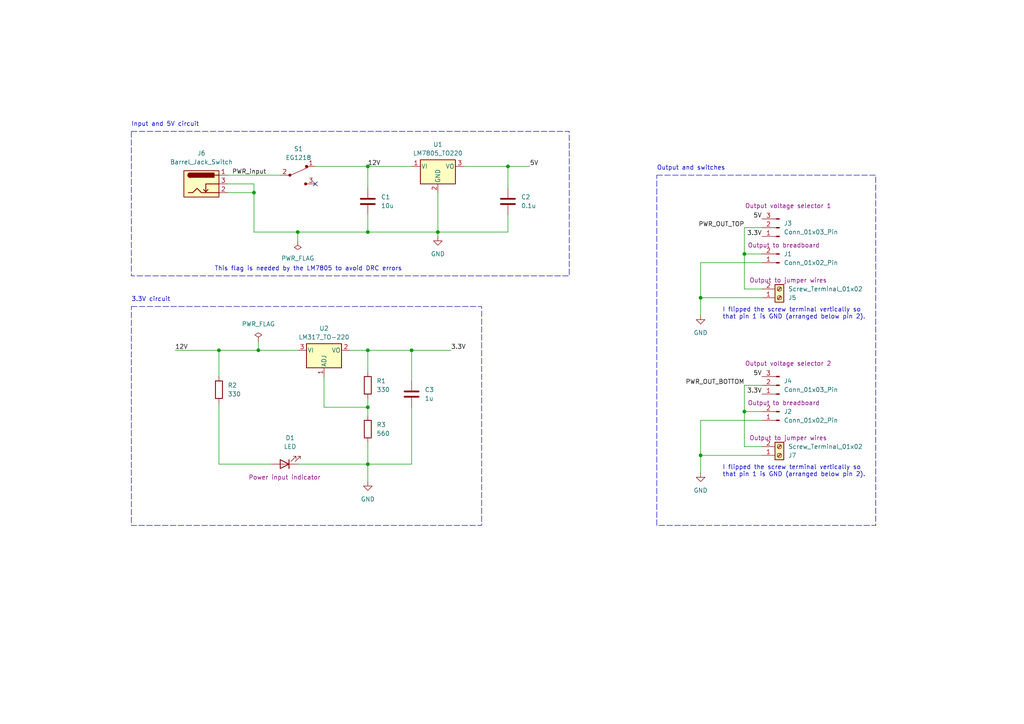
<source format=kicad_sch>
(kicad_sch (version 20230121) (generator eeschema)
  (paper "A4")
  (title_block (title "Learning KiCad with a simple project") (date "2023-06-15") (rev "1") (company "Filippo Graziani"))
  (lib_symbols
    (symbol "Connector:Barrel_Jack_Switch" (pin_names hide)
      (property "Reference" "J" (at 0 5.334 0))
      (property "Value" "Barrel_Jack_Switch" (at 0 -5.08 0))
      (symbol "Barrel_Jack_Switch_0_1"
        (rectangle (start -5.08 3.81) (end 5.08 -3.81) (stroke (width 0.254)) (fill (type background)))
        (arc (start -3.302 3.175) (mid -3.9343 2.54) (end -3.302 1.905) (stroke (width 0.254)))
        (arc (start -3.302 3.175) (mid -3.9343 2.54) (end -3.302 1.905) (stroke (width 0.254)) (fill (type outline)))
        (polyline (pts (xy 1.27 -2.286) (xy 1.905 -1.651)) (stroke (width 0.254)))
        (polyline (pts (xy 5.08 2.54) (xy 3.81 2.54)) (stroke (width 0.254)))
        (polyline (pts (xy 5.08 0) (xy 1.27 0) (xy 1.27 -2.286) (xy 0.635 -1.651)) (stroke (width 0.254)))
        (polyline (pts (xy -3.81 -2.54) (xy -2.54 -2.54) (xy -1.27 -1.27) (xy 0 -2.54) (xy 2.54 -2.54) (xy 5.08 -2.54)) (stroke (width 0.254)))
        (rectangle (start 3.683 3.175) (end -3.302 1.905) (stroke (width 0.254)) (fill (type outline)))
      )
      (symbol "Barrel_Jack_Switch_1_1"
        (pin passive line (at 7.62 2.54 180) (length 2.54) (name "~") (number "1"))
        (pin passive line (at 7.62 -2.54 180) (length 2.54) (name "~") (number "2"))
        (pin passive line (at 7.62 0 180) (length 2.54) (name "~") (number "3"))
      )
    )
    (symbol "Connector:Conn_01x02_Pin" (pin_names (offset 1.016) hide)
      (property "Reference" "J" (at 0 2.54 0))
      (property "Value" "Conn_01x02_Pin" (at 0 -5.08 0))
      (symbol "Conn_01x02_Pin_1_1"
        (polyline (pts (xy 1.27 -2.54) (xy 0.8636 -2.54)) (stroke (width 0.1524)))
        (polyline (pts (xy 1.27 0) (xy 0.8636 0)) (stroke (width 0.1524)))
        (rectangle (start 0.8636 -2.413) (end 0 -2.667) (stroke (width 0.1524)) (fill (type outline)))
        (rectangle (start 0.8636 0.127) (end 0 -0.127) (stroke (width 0.1524)) (fill (type outline)))
        (pin passive line (at 5.08 0 180) (length 3.81) (name "Pin_1") (number "1"))
        (pin passive line (at 5.08 -2.54 180) (length 3.81) (name "Pin_2") (number "2"))
      )
    )
    (symbol "Connector:Conn_01x03_Pin" (pin_names (offset 1.016) hide)
      (property "Reference" "J" (at 0 5.08 0))
      (property "Value" "Conn_01x03_Pin" (at 0 -5.08 0))
      (symbol "Conn_01x03_Pin_1_1"
        (polyline (pts (xy 1.27 -2.54) (xy 0.8636 -2.54)) (stroke (width 0.1524)))
        (polyline (pts (xy 1.27 0) (xy 0.8636 0)) (stroke (width 0.1524)))
        (polyline (pts (xy 1.27 2.54) (xy 0.8636 2.54)) (stroke (width 0.1524)))
        (rectangle (start 0.8636 -2.413) (end 0 -2.667) (stroke (width 0.1524)) (fill (type outline)))
        (rectangle (start 0.8636 0.127) (end 0 -0.127) (stroke (width 0.1524)) (fill (type outline)))
        (rectangle (start 0.8636 2.667) (end 0 2.413) (stroke (width 0.1524)) (fill (type outline)))
        (pin passive line (at 5.08 2.54 180) (length 3.81) (name "Pin_1") (number "1"))
        (pin passive line (at 5.08 0 180) (length 3.81) (name "Pin_2") (number "2"))
        (pin passive line (at 5.08 -2.54 180) (length 3.81) (name "Pin_3") (number "3"))
      )
    )
    (symbol "Connector:Screw_Terminal_01x02" (pin_names (offset 1.016) hide)
      (property "Reference" "J" (at 0 2.54 0))
      (property "Value" "Screw_Terminal_01x02" (at 0 -5.08 0))
      (symbol "Screw_Terminal_01x02_1_1"
        (rectangle (start -1.27 1.27) (end 1.27 -3.81) (stroke (width 0.254)) (fill (type background)))
        (circle (center 0 -2.54) (radius 0.635) (stroke (width 0.1524)))
        (polyline (pts (xy -0.5334 -2.2098) (xy 0.3302 -3.048)) (stroke (width 0.1524)))
        (polyline (pts (xy -0.5334 0.3302) (xy 0.3302 -0.508)) (stroke (width 0.1524)))
        (polyline (pts (xy -0.3556 -2.032) (xy 0.508 -2.8702)) (stroke (width 0.1524)))
        (polyline (pts (xy -0.3556 0.508) (xy 0.508 -0.3302)) (stroke (width 0.1524)))
        (circle (center 0 0) (radius 0.635) (stroke (width 0.1524)))
        (pin passive line (at -5.08 0 0) (length 3.81) (name "Pin_1") (number "1"))
        (pin passive line (at -5.08 -2.54 0) (length 3.81) (name "Pin_2") (number "2"))
      )
    )
    (symbol "Device:C" (pin_numbers hide) (pin_names (offset 0.254))
      (property "Reference" "C" (at 0.635 2.54 0))
      (property "Value" "C" (at 0.635 -2.54 0))
      (symbol "C_0_1"
        (polyline (pts (xy -2.032 -0.762) (xy 2.032 -0.762)) (stroke (width 0.508)))
        (polyline (pts (xy -2.032 0.762) (xy 2.032 0.762)) (stroke (width 0.508)))
      )
      (symbol "C_1_1"
        (pin passive line (at 0 3.81 270) (length 2.794) (name "~") (number "1"))
        (pin passive line (at 0 -3.81 90) (length 2.794) (name "~") (number "2"))
      )
    )
    (symbol "Device:LED" (pin_numbers hide) (pin_names (offset 1.016) hide)
      (property "Reference" "D" (at 0 2.54 0))
      (property "Value" "LED" (at 0 -2.54 0))
      (symbol "LED_0_1"
        (polyline (pts (xy -1.27 -1.27) (xy -1.27 1.27)) (stroke (width 0.254)))
        (polyline (pts (xy -1.27 0) (xy 1.27 0)))
        (polyline (pts (xy 1.27 -1.27) (xy 1.27 1.27) (xy -1.27 0) (xy 1.27 -1.27)) (stroke (width 0.254)))
        (polyline (pts (xy -3.048 -0.762) (xy -4.572 -2.286) (xy -3.81 -2.286) (xy -4.572 -2.286) (xy -4.572 -1.524)))
        (polyline (pts (xy -1.778 -0.762) (xy -3.302 -2.286) (xy -2.54 -2.286) (xy -3.302 -2.286) (xy -3.302 -1.524)))
      )
      (symbol "LED_1_1"
        (pin passive line (at -3.81 0 0) (length 2.54) (name "K") (number "1"))
        (pin passive line (at 3.81 0 180) (length 2.54) (name "A") (number "2"))
      )
    )
    (symbol "Device:R" (pin_numbers hide) (pin_names (offset 0))
      (property "Reference" "R" (at 2.032 0 90))
      (property "Value" "R" (at 0 0 90))
      (symbol "R_0_1"
        (rectangle (start -1.016 -2.54) (end 1.016 2.54) (stroke (width 0.254)))
      )
      (symbol "R_1_1"
        (pin passive line (at 0 3.81 270) (length 1.27) (name "~") (number "1"))
        (pin passive line (at 0 -3.81 90) (length 1.27) (name "~") (number "2"))
      )
    )
    (symbol "Regulator_Linear:LM317_TO-220" (pin_names (offset 0.254))
      (property "Reference" "U" (at -3.81 3.175 0))
      (property "Value" "LM317_TO-220" (at 0 3.175 0))
      (symbol "LM317_TO-220_0_1"
        (rectangle (start -5.08 1.905) (end 5.08 -5.08) (stroke (width 0.254)) (fill (type background)))
      )
      (symbol "LM317_TO-220_1_1"
        (pin input line (at 0 -7.62 90) (length 2.54) (name "ADJ") (number "1"))
        (pin power_out line (at 7.62 0 180) (length 2.54) (name "VO") (number "2"))
        (pin power_in line (at -7.62 0 0) (length 2.54) (name "VI") (number "3"))
      )
    )
    (symbol "Regulator_Linear:LM7805_TO220" (pin_names (offset 0.254))
      (property "Reference" "U" (at -3.81 3.175 0))
      (property "Value" "LM7805_TO220" (at 0 3.175 0))
      (symbol "LM7805_TO220_0_1"
        (rectangle (start -5.08 1.905) (end 5.08 -5.08) (stroke (width 0.254)) (fill (type background)))
      )
      (symbol "LM7805_TO220_1_1"
        (pin power_in line (at -7.62 0 0) (length 2.54) (name "VI") (number "1"))
        (pin power_in line (at 0 -7.62 90) (length 2.54) (name "GND") (number "2"))
        (pin power_out line (at 7.62 0 180) (length 2.54) (name "VO") (number "3"))
      )
    )
    (symbol "dk_Slide-Switches:EG1218" (pin_names (offset 0))
      (property "Reference" "S" (at -3.81 2.286 0))
      (property "Value" "EG1218" (at 0 -5.334 0))
      (symbol "EG1218_0_1"
        (circle (center -2.286 0) (radius 0.3556) (fill (type outline)))
        (polyline (pts (xy -2.032 0) (xy 3.048 2.286)))
        (circle (center 2.286 -2.54) (radius 0.3556) (fill (type outline)))
        (circle (center 2.54 2.54) (radius 0.3556) (fill (type outline)))
      )
      (symbol "EG1218_1_1"
        (pin passive line (at 5.08 2.54 180) (length 2.54) (name "~") (number "1"))
        (pin passive line (at -5.08 0 0) (length 2.54) (name "~") (number "2"))
        (pin passive line (at 5.08 -2.54 180) (length 2.54) (name "~") (number "3"))
      )
    )
    (symbol "power:GND" (power) (pin_names (offset 0))
      (property "Value" "GND" (at 0 -3.81 0))
      (symbol "GND_0_1"
        (polyline (pts (xy 0 0) (xy 0 -1.27) (xy 1.27 -1.27) (xy 0 -2.54) (xy -1.27 -1.27) (xy 0 -1.27)))
      )
      (symbol "GND_1_1"
        (pin power_in line (at 0 0 270) (length 0) hide (name "GND") (number "1"))
      )
    )
    (symbol "power:PWR_FLAG" (power) (pin_numbers hide) (pin_names (offset 0) hide)
      (property "Value" "PWR_FLAG" (at 0 3.81 0))
      (symbol "PWR_FLAG_0_0"
        (pin power_out line (at 0 0 90) (length 0) (name "pwr") (number "1"))
      )
      (symbol "PWR_FLAG_0_1"
        (polyline (pts (xy 0 0) (xy 0 1.27) (xy -1.016 1.905) (xy 0 2.54) (xy 1.016 1.905) (xy 0 1.27)))
      )
    )
  )
  (junction (at 203.2 132.08))
  (junction (at 74.93 101.6))
  (junction (at 119.38 101.6))
  (junction (at 86.36 67.31))
  (junction (at 106.68 134.62))
  (junction (at 203.2 86.36))
  (junction (at 215.9 119.38))
  (junction (at 106.68 101.6))
  (junction (at 147.32 48.26))
  (junction (at 63.5 101.6))
  (junction (at 127 67.31))
  (junction (at 106.68 67.31))
  (junction (at 106.68 48.26))
  (junction (at 106.68 118.11))
  (junction (at 215.9 73.66))
  (junction (at 73.66 55.88))
  (no_connect (at 91.44 53.34))
  (wire (pts (xy 215.9 73.66) (xy 220.98 73.66)))
  (wire (pts (xy 91.44 48.26) (xy 106.68 48.26)))
  (wire (pts (xy 220.98 132.08) (xy 203.2 132.08)))
  (wire (pts (xy 119.38 134.62) (xy 106.68 134.62)))
  (wire (pts (xy 119.38 110.49) (xy 119.38 101.6)))
  (wire (pts (xy 127 55.88) (xy 127 67.31)))
  (wire (pts (xy 215.9 66.04) (xy 215.9 73.66)))
  (wire (pts (xy 215.9 111.76) (xy 215.9 119.38)))
  (wire (pts (xy 101.6 101.6) (xy 106.68 101.6)))
  (wire (pts (xy 220.98 76.2) (xy 203.2 76.2)))
  (wire (pts (xy 74.93 99.06) (xy 74.93 101.6)))
  (wire (pts (xy 215.9 119.38) (xy 215.9 129.54)))
  (wire (pts (xy 215.9 83.82) (xy 215.9 73.66)))
  (wire (pts (xy 106.68 67.31) (xy 127 67.31)))
  (wire (pts (xy 86.36 67.31) (xy 86.36 69.85)))
  (wire (pts (xy 66.04 55.88) (xy 73.66 55.88)))
  (wire (pts (xy 106.68 115.57) (xy 106.68 118.11)))
  (wire (pts (xy 63.5 116.84) (xy 63.5 134.62)))
  (wire (pts (xy 66.04 53.34) (xy 73.66 53.34)))
  (wire (pts (xy 73.66 53.34) (xy 73.66 55.88)))
  (wire (pts (xy 106.68 48.26) (xy 119.38 48.26)))
  (wire (pts (xy 220.98 83.82) (xy 215.9 83.82)))
  (wire (pts (xy 147.32 62.23) (xy 147.32 67.31)))
  (wire (pts (xy 220.98 111.76) (xy 215.9 111.76)))
  (wire (pts (xy 119.38 101.6) (xy 130.81 101.6)))
  (wire (pts (xy 147.32 67.31) (xy 127 67.31)))
  (wire (pts (xy 106.68 101.6) (xy 106.68 107.95)))
  (wire (pts (xy 73.66 55.88) (xy 73.66 67.31)))
  (wire (pts (xy 106.68 118.11) (xy 106.68 120.65)))
  (wire (pts (xy 203.2 86.36) (xy 203.2 91.44)))
  (wire (pts (xy 215.9 129.54) (xy 220.98 129.54)))
  (wire (pts (xy 66.04 50.8) (xy 81.28 50.8)))
  (wire (pts (xy 93.98 118.11) (xy 93.98 109.22)))
  (wire (pts (xy 50.8 101.6) (xy 63.5 101.6)))
  (wire (pts (xy 106.68 134.62) (xy 106.68 139.7)))
  (wire (pts (xy 220.98 119.38) (xy 215.9 119.38)))
  (wire (pts (xy 203.2 76.2) (xy 203.2 86.36)))
  (wire (pts (xy 106.68 48.26) (xy 106.68 54.61)))
  (wire (pts (xy 220.98 121.92) (xy 203.2 121.92)))
  (wire (pts (xy 73.66 67.31) (xy 86.36 67.31)))
  (wire (pts (xy 220.98 66.04) (xy 215.9 66.04)))
  (wire (pts (xy 147.32 48.26) (xy 147.32 54.61)))
  (wire (pts (xy 119.38 118.11) (xy 119.38 134.62)))
  (wire (pts (xy 203.2 121.92) (xy 203.2 132.08)))
  (wire (pts (xy 119.38 101.6) (xy 106.68 101.6)))
  (wire (pts (xy 106.68 62.23) (xy 106.68 67.31)))
  (wire (pts (xy 74.93 101.6) (xy 86.36 101.6)))
  (wire (pts (xy 127 67.31) (xy 127 68.58)))
  (wire (pts (xy 106.68 134.62) (xy 106.68 128.27)))
  (wire (pts (xy 63.5 101.6) (xy 63.5 109.22)))
  (wire (pts (xy 86.36 67.31) (xy 106.68 67.31)))
  (wire (pts (xy 147.32 48.26) (xy 153.67 48.26)))
  (wire (pts (xy 220.98 86.36) (xy 203.2 86.36)))
  (wire (pts (xy 134.62 48.26) (xy 147.32 48.26)))
  (wire (pts (xy 106.68 118.11) (xy 93.98 118.11)))
  (wire (pts (xy 63.5 134.62) (xy 78.74 134.62)))
  (wire (pts (xy 63.5 101.6) (xy 74.93 101.6)))
  (wire (pts (xy 203.2 132.08) (xy 203.2 137.16)))
  (wire (pts (xy 86.36 134.62) (xy 106.68 134.62)))
  (rectangle (start 38.1 88.9) (end 139.7 152.4) (stroke (width 0) (type dash)))
  (rectangle (start 190.5 50.8) (end 254 152.4) (stroke (width 0) (type dash)))
  (rectangle (start 38.1 38.1) (end 165.1 80.01) (stroke (width 0) (type dash)))
  (text "Output and switches" (at 190.5 49.53 0) (effects (font (size 1.27 1.27)) (justify left bottom)))
  (text "I flipped the screw terminal vertically so\nthat pin 1 is GND (arranged below pin 2)." (at 209.55 138.43 0) (effects (font (size 1.27 1.27)) (justify left bottom)))
  (text "Input and 5V circuit" (at 38.1 36.83 0) (effects (font (size 1.27 1.27)) (justify left bottom)))
  (text "I flipped the screw terminal vertically so\nthat pin 1 is GND (arranged below pin 2)." (at 209.55 92.71 0) (effects (font (size 1.27 1.27)) (justify left bottom)))
  (text "3.3V circuit" (at 38.1 87.63 0) (effects (font (size 1.27 1.27)) (justify left bottom)))
  (text "This flag is needed by the LM7805 to avoid DRC errors" (at 62.23 78.74 0) (effects (font (size 1.27 1.27)) (justify left bottom)))
  (label "5V" (at 153.67 48.26 0))
  (label "5V" (at 220.98 63.5 180))
  (label "PWR_input" (at 67.31 50.8 0))
  (label "PWR_OUT_TOP" (at 215.9 66.04 180))
  (label "PWR_OUT_BOTTOM" (at 215.9 111.76 180))
  (label "12V" (at 106.68 48.26 0))
  (label "5V" (at 220.98 109.22 180))
  (label "3.3V" (at 220.98 114.3 180))
  (label "3.3V" (at 220.98 68.58 180))
  (label "3.3V" (at 130.81 101.6 0))
  (label "12V" (at 50.8 101.6 0))
  (symbol (lib_id "Connector:Conn_01x02_Pin") (at 226.06 121.92 180) (unit 1)
    (property "Reference" "J2" (at 227.33 119.38 0) (effects (justify right)))
    (property "Value" "Conn_01x02_Pin" (at 227.33 121.92 0) (effects (justify right)))
    (property "Footprint" "Connector_PinHeader_2.54mm:PinHeader_1x02_P2.54mm_Vertical" (effects hide))
    (property "Purpose" "Output to breadboard" (at 227.33 116.84 0))
  )
  (symbol (lib_id "power:GND") (at 203.2 137.16 0) (unit 1)
    (property "Reference" "#PWR04" (effects hide))
    (property "Value" "GND" (at 203.2 142.24 0))
  )
  (symbol (lib_id "Connector:Conn_01x03_Pin") (at 226.06 111.76 180) (unit 1)
    (property "Reference" "J4" (at 227.33 110.49 0) (effects (justify right)))
    (property "Value" "Conn_01x03_Pin" (at 227.33 113.03 0) (effects (justify right)))
    (property "Footprint" "Connector_PinHeader_2.54mm:PinHeader_1x03_P2.54mm_Vertical" (effects hide))
    (property "Purpose" "Output voltage selector 2" (at 228.6 105.41 0))
  )
  (symbol (lib_id "dk_Slide-Switches:EG1218") (at 86.36 50.8 0) (unit 1)
    (property "Reference" "S1" (at 86.5632 43.18 0))
    (property "Value" "EG1218" (at 86.5632 45.72 0))
    (property "Footprint" "digikey-footprints:Switch_Slide_11.6x4mm_EG1218" (effects hide))
    (property "Datasheet" "http://spec_sheets.e-switch.com/specs/P040040.pdf" (effects hide))
    (property "Digi-Key_PN" "EG1903-ND" (effects hide))
    (property "MPN" "EG1218" (effects hide))
    (property "Category" "Switches" (effects hide))
    (property "Family" "Slide Switches" (effects hide))
    (property "DK_Datasheet_Link" "http://spec_sheets.e-switch.com/specs/P040040.pdf" (effects hide))
    (property "DK_Detail_Page" "/product-detail/en/e-switch/EG1218/EG1903-ND/101726" (effects hide))
    (property "Description" "SWITCH SLIDE SPDT 200MA 30V" (effects hide))
    (property "Manufacturer" "E-Switch" (effects hide))
    (property "Status" "Active" (effects hide))
  )
  (symbol (lib_id "power:PWR_FLAG") (at 86.36 69.85 180) (unit 1)
    (property "Reference" "#FLG01" (effects hide))
    (property "Value" "PWR_FLAG" (at 86.36 74.93 0))
  )
  (symbol (lib_id "Connector:Barrel_Jack_Switch") (at 58.42 53.34 0) (unit 1)
    (property "Reference" "J6" (at 58.42 44.45 0))
    (property "Value" "Barrel_Jack_Switch" (at 58.42 46.99 0))
    (property "Footprint" "Connector_BarrelJack:BarrelJack_Horizontal" (effects hide))
  )
  (symbol (lib_id "Connector:Conn_01x03_Pin") (at 226.06 66.04 180) (unit 1)
    (property "Reference" "J3" (at 227.33 64.77 0) (effects (justify right)))
    (property "Value" "Conn_01x03_Pin" (at 227.33 67.31 0) (effects (justify right)))
    (property "Footprint" "Connector_PinHeader_2.54mm:PinHeader_1x03_P2.54mm_Vertical" (effects hide))
    (property "Purpose" "Output voltage selector 1" (at 228.6 59.69 0))
  )
  (symbol (lib_id "power:GND") (at 203.2 91.44 0) (unit 1)
    (property "Reference" "#PWR03" (effects hide))
    (property "Value" "GND" (at 203.2 96.52 0))
  )
  (symbol (lib_id "Connector:Conn_01x02_Pin") (at 226.06 76.2 180) (unit 1)
    (property "Reference" "J1" (at 227.33 73.66 0) (effects (justify right)))
    (property "Value" "Conn_01x02_Pin" (at 227.33 76.2 0) (effects (justify right)))
    (property "Footprint" "Connector_PinHeader_2.54mm:PinHeader_1x02_P2.54mm_Vertical" (effects hide))
    (property "Purpose" "Output to breadboard" (at 227.33 71.12 0))
  )
  (symbol (lib_id "power:GND") (at 127 68.58 0) (unit 1)
    (property "Reference" "#PWR01" (effects hide))
    (property "Value" "GND" (at 127 73.66 0))
  )
  (symbol (lib_id "Device:R") (at 106.68 124.46 0) (unit 1)
    (property "Reference" "R3" (at 109.22 123.19 0) (effects (justify left)))
    (property "Value" "560" (at 109.22 125.73 0) (effects (justify left)))
    (property "Footprint" "Resistor_THT:R_Axial_DIN0204_L3.6mm_D1.6mm_P7.62mm_Horizontal" (effects hide))
  )
  (symbol (lib_id "Device:C") (at 119.38 114.3 0) (unit 1)
    (property "Reference" "C3" (at 123.19 113.03 0) (effects (justify left)))
    (property "Value" "1u" (at 123.19 115.57 0) (effects (justify left)))
    (property "Footprint" "Capacitor_THT:C_Disc_D3.0mm_W1.6mm_P2.50mm" (effects hide))
  )
  (symbol (lib_id "Connector:Screw_Terminal_01x02") (at 226.06 86.36 0) (mirror x) (unit 1)
    (property "Reference" "J5" (at 228.6 86.36 0) (effects (justify left)))
    (property "Value" "Screw_Terminal_01x02" (at 228.6 83.82 0) (effects (justify left)))
    (property "Footprint" "TerminalBlock:TerminalBlock_bornier-2_P5.08mm" (effects hide))
    (property "Purpose" "Output to jumper wires" (at 228.6 81.28 0))
  )
  (symbol (lib_id "Regulator_Linear:LM317_TO-220") (at 93.98 101.6 0) (unit 1)
    (property "Reference" "U2" (at 93.98 95.25 0))
    (property "Value" "LM317_TO-220" (at 93.98 97.79 0))
    (property "Footprint" "Package_TO_SOT_THT:TO-220-3_Vertical" (effects hide))
    (property "Datasheet" "http://www.ti.com/lit/ds/symlink/lm317.pdf" (effects hide))
  )
  (symbol (lib_id "power:GND") (at 106.68 139.7 0) (unit 1)
    (property "Reference" "#PWR02" (effects hide))
    (property "Value" "GND" (at 106.68 144.78 0))
  )
  (symbol (lib_id "Device:R") (at 106.68 111.76 0) (unit 1)
    (property "Reference" "R1" (at 109.22 110.49 0) (effects (justify left)))
    (property "Value" "330" (at 109.22 113.03 0) (effects (justify left)))
    (property "Footprint" "Resistor_THT:R_Axial_DIN0204_L3.6mm_D1.6mm_P7.62mm_Horizontal" (effects hide))
  )
  (symbol (lib_id "Connector:Screw_Terminal_01x02") (at 226.06 132.08 0) (mirror x) (unit 1)
    (property "Reference" "J7" (at 228.6 132.08 0) (effects (justify left)))
    (property "Value" "Screw_Terminal_01x02" (at 228.6 129.54 0) (effects (justify left)))
    (property "Footprint" "TerminalBlock:TerminalBlock_bornier-2_P5.08mm" (effects hide))
    (property "Purpose" "Output to jumper wires" (at 228.6 127 0))
  )
  (symbol (lib_id "Device:LED") (at 82.55 134.62 180) (unit 1)
    (property "Reference" "D1" (at 84.1375 127 0))
    (property "Value" "LED" (at 84.1375 129.54 0))
    (property "Footprint" "LED_THT:LED_D5.0mm" (effects hide))
    (property "Purpose" "Power input indicator" (at 82.55 138.43 0))
  )
  (symbol (lib_id "Device:C") (at 106.68 58.42 0) (unit 1)
    (property "Reference" "C1" (at 110.49 57.15 0) (effects (justify left)))
    (property "Value" "10u" (at 110.49 59.69 0) (effects (justify left)))
    (property "Footprint" "Capacitor_THT:C_Disc_D3.0mm_W1.6mm_P2.50mm" (effects hide))
  )
  (symbol (lib_id "Regulator_Linear:LM7805_TO220") (at 127 48.26 0) (unit 1)
    (property "Reference" "U1" (at 127 41.91 0))
    (property "Value" "LM7805_TO220" (at 127 44.45 0))
    (property "Footprint" "Package_TO_SOT_THT:TO-220-3_Vertical" (effects hide))
    (property "Datasheet" "https://www.onsemi.cn/PowerSolutions/document/MC7800-D.PDF" (effects hide))
  )
  (symbol (lib_id "Device:C") (at 147.32 58.42 0) (unit 1)
    (property "Reference" "C2" (at 151.13 57.15 0) (effects (justify left)))
    (property "Value" "0.1u" (at 151.13 59.69 0) (effects (justify left)))
    (property "Footprint" "Capacitor_THT:C_Disc_D3.0mm_W1.6mm_P2.50mm" (effects hide))
  )
  (symbol (lib_id "power:PWR_FLAG") (at 74.93 99.06 0) (unit 1)
    (property "Reference" "#FLG02" (effects hide))
    (property "Value" "PWR_FLAG" (at 74.93 93.98 0))
  )
  (symbol (lib_id "Device:R") (at 63.5 113.03 0) (unit 1)
    (property "Reference" "R2" (at 66.04 111.76 0) (effects (justify left)))
    (property "Value" "330" (at 66.04 114.3 0) (effects (justify left)))
    (property "Footprint" "Resistor_THT:R_Axial_DIN0204_L3.6mm_D1.6mm_P7.62mm_Horizontal" (effects hide))
  )
)
</source>
